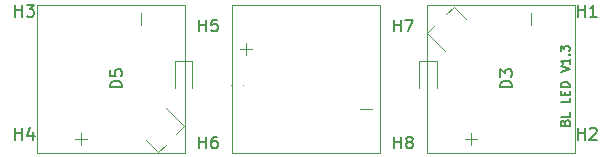
<source format=gbr>
G04 #@! TF.GenerationSoftware,KiCad,Pcbnew,(5.1.4)-1*
G04 #@! TF.CreationDate,2020-06-09T23:13:25-07:00*
G04 #@! TF.ProjectId,SkateLightLEDBoard,536b6174-654c-4696-9768-744c4544426f,rev?*
G04 #@! TF.SameCoordinates,Original*
G04 #@! TF.FileFunction,Legend,Top*
G04 #@! TF.FilePolarity,Positive*
%FSLAX46Y46*%
G04 Gerber Fmt 4.6, Leading zero omitted, Abs format (unit mm)*
G04 Created by KiCad (PCBNEW (5.1.4)-1) date 2020-06-09 23:13:25*
%MOMM*%
%LPD*%
G04 APERTURE LIST*
%ADD10C,0.127000*%
%ADD11C,0.120000*%
%ADD12C,0.100000*%
%ADD13C,0.150000*%
G04 APERTURE END LIST*
D10*
X21936891Y-3717108D02*
X21973177Y-3608251D01*
X22009462Y-3571965D01*
X22082034Y-3535680D01*
X22190891Y-3535680D01*
X22263462Y-3571965D01*
X22299748Y-3608251D01*
X22336034Y-3680822D01*
X22336034Y-3971108D01*
X21574034Y-3971108D01*
X21574034Y-3717108D01*
X21610320Y-3644537D01*
X21646605Y-3608251D01*
X21719177Y-3571965D01*
X21791748Y-3571965D01*
X21864320Y-3608251D01*
X21900605Y-3644537D01*
X21936891Y-3717108D01*
X21936891Y-3971108D01*
X22336034Y-2846251D02*
X22336034Y-3209108D01*
X21574034Y-3209108D01*
X22336034Y-1648822D02*
X22336034Y-2011680D01*
X21574034Y-2011680D01*
X21936891Y-1394822D02*
X21936891Y-1140822D01*
X22336034Y-1031965D02*
X22336034Y-1394822D01*
X21574034Y-1394822D01*
X21574034Y-1031965D01*
X22336034Y-705394D02*
X21574034Y-705394D01*
X21574034Y-523965D01*
X21610320Y-415108D01*
X21682891Y-342537D01*
X21755462Y-306251D01*
X21900605Y-269965D01*
X22009462Y-269965D01*
X22154605Y-306251D01*
X22227177Y-342537D01*
X22299748Y-415108D01*
X22336034Y-523965D01*
X22336034Y-705394D01*
X21574034Y528320D02*
X22336034Y782320D01*
X21574034Y1036320D01*
X22336034Y1689462D02*
X22336034Y1254034D01*
X22336034Y1471748D02*
X21574034Y1471748D01*
X21682891Y1399177D01*
X21755462Y1326605D01*
X21791748Y1254034D01*
X22263462Y2016034D02*
X22299748Y2052320D01*
X22336034Y2016034D01*
X22299748Y1979748D01*
X22263462Y2016034D01*
X22336034Y2016034D01*
X21574034Y2306320D02*
X21574034Y2778034D01*
X21864320Y2524034D01*
X21864320Y2632891D01*
X21900605Y2705462D01*
X21936891Y2741748D01*
X22009462Y2778034D01*
X22190891Y2778034D01*
X22263462Y2741748D01*
X22299748Y2705462D01*
X22336034Y2632891D01*
X22336034Y2415177D01*
X22299748Y2342605D01*
X22263462Y2306320D01*
D11*
X-12517828Y-6226630D02*
X-13550203Y-5194254D01*
X-10283370Y-3992172D02*
X-11810721Y-2464822D01*
X-10283370Y-3992172D02*
X-10940979Y-4649782D01*
X-12517828Y-6226630D02*
X-11860218Y-5569021D01*
X12517828Y6099630D02*
X13550203Y5067254D01*
X10283370Y3865172D02*
X11810721Y2337822D01*
X10283370Y3865172D02*
X10940979Y4522782D01*
X12517828Y6099630D02*
X11860218Y5442021D01*
X19050000Y4572000D02*
X19050000Y5588000D01*
X13970000Y-5588000D02*
X13970000Y-4572000D01*
X13462000Y-5080000D02*
X14478000Y-5080000D01*
X10260000Y6250000D02*
X22760000Y6250000D01*
X22760000Y6250000D02*
X22760000Y-6250000D01*
X22760000Y-6250000D02*
X10260000Y-6250000D01*
X10260000Y-6250000D02*
X10260000Y6250000D01*
X4572000Y-2540000D02*
X5588000Y-2540000D01*
X-5588000Y2540000D02*
X-4572000Y2540000D01*
X-5080000Y3048000D02*
X-5080000Y2032000D01*
X6250000Y6250000D02*
X6250000Y-6250000D01*
X6250000Y-6250000D02*
X-6250000Y-6250000D01*
X-6250000Y-6250000D02*
X-6250000Y6250000D01*
X-6250000Y6250000D02*
X6250000Y6250000D01*
X-13970000Y4572000D02*
X-13970000Y5588000D01*
X-19050000Y-5588000D02*
X-19050000Y-4572000D01*
X-19558000Y-5080000D02*
X-18542000Y-5080000D01*
X-22760000Y6250000D02*
X-10260000Y6250000D01*
X-10260000Y6250000D02*
X-10260000Y-6250000D01*
X-10260000Y-6250000D02*
X-22760000Y-6250000D01*
X-22760000Y-6250000D02*
X-22760000Y6250000D01*
D12*
X-5230660Y-546440D02*
G75*
G03X-5230660Y-546440I-50000J0D01*
G01*
X-6246660Y-546440D02*
G75*
G03X-6246660Y-546440I-50000J0D01*
G01*
D11*
X-11085500Y1485000D02*
X-11085500Y-800000D01*
X-9615500Y1485000D02*
X-11085500Y1485000D01*
X-9615500Y-800000D02*
X-9615500Y1485000D01*
X11085500Y-800000D02*
X11085500Y1485000D01*
X11085500Y1485000D02*
X9615500Y1485000D01*
X9615500Y1485000D02*
X9615500Y-800000D01*
D13*
X7493095Y-5905380D02*
X7493095Y-4905380D01*
X7493095Y-5381571D02*
X8064523Y-5381571D01*
X8064523Y-5905380D02*
X8064523Y-4905380D01*
X8683571Y-5333952D02*
X8588333Y-5286333D01*
X8540714Y-5238714D01*
X8493095Y-5143476D01*
X8493095Y-5095857D01*
X8540714Y-5000619D01*
X8588333Y-4953000D01*
X8683571Y-4905380D01*
X8874047Y-4905380D01*
X8969285Y-4953000D01*
X9016904Y-5000619D01*
X9064523Y-5095857D01*
X9064523Y-5143476D01*
X9016904Y-5238714D01*
X8969285Y-5286333D01*
X8874047Y-5333952D01*
X8683571Y-5333952D01*
X8588333Y-5381571D01*
X8540714Y-5429190D01*
X8493095Y-5524428D01*
X8493095Y-5714904D01*
X8540714Y-5810142D01*
X8588333Y-5857761D01*
X8683571Y-5905380D01*
X8874047Y-5905380D01*
X8969285Y-5857761D01*
X9016904Y-5810142D01*
X9064523Y-5714904D01*
X9064523Y-5524428D01*
X9016904Y-5429190D01*
X8969285Y-5381571D01*
X8874047Y-5333952D01*
X7493095Y4000619D02*
X7493095Y5000619D01*
X7493095Y4524428D02*
X8064523Y4524428D01*
X8064523Y4000619D02*
X8064523Y5000619D01*
X8445476Y5000619D02*
X9112142Y5000619D01*
X8683571Y4000619D01*
X-9016904Y-5905380D02*
X-9016904Y-4905380D01*
X-9016904Y-5381571D02*
X-8445476Y-5381571D01*
X-8445476Y-5905380D02*
X-8445476Y-4905380D01*
X-7540714Y-4905380D02*
X-7731190Y-4905380D01*
X-7826428Y-4953000D01*
X-7874047Y-5000619D01*
X-7969285Y-5143476D01*
X-8016904Y-5333952D01*
X-8016904Y-5714904D01*
X-7969285Y-5810142D01*
X-7921666Y-5857761D01*
X-7826428Y-5905380D01*
X-7635952Y-5905380D01*
X-7540714Y-5857761D01*
X-7493095Y-5810142D01*
X-7445476Y-5714904D01*
X-7445476Y-5476809D01*
X-7493095Y-5381571D01*
X-7540714Y-5333952D01*
X-7635952Y-5286333D01*
X-7826428Y-5286333D01*
X-7921666Y-5333952D01*
X-7969285Y-5381571D01*
X-8016904Y-5476809D01*
X-9016904Y4000619D02*
X-9016904Y5000619D01*
X-9016904Y4524428D02*
X-8445476Y4524428D01*
X-8445476Y4000619D02*
X-8445476Y5000619D01*
X-7493095Y5000619D02*
X-7969285Y5000619D01*
X-8016904Y4524428D01*
X-7969285Y4572047D01*
X-7874047Y4619666D01*
X-7635952Y4619666D01*
X-7540714Y4572047D01*
X-7493095Y4524428D01*
X-7445476Y4429190D01*
X-7445476Y4191095D01*
X-7493095Y4095857D01*
X-7540714Y4048238D01*
X-7635952Y4000619D01*
X-7874047Y4000619D01*
X-7969285Y4048238D01*
X-8016904Y4095857D01*
X23050595Y5254619D02*
X23050595Y6254619D01*
X23050595Y5778428D02*
X23622023Y5778428D01*
X23622023Y5254619D02*
X23622023Y6254619D01*
X24622023Y5254619D02*
X24050595Y5254619D01*
X24336309Y5254619D02*
X24336309Y6254619D01*
X24241071Y6111761D01*
X24145833Y6016523D01*
X24050595Y5968904D01*
X23050595Y-5159380D02*
X23050595Y-4159380D01*
X23050595Y-4635571D02*
X23622023Y-4635571D01*
X23622023Y-5159380D02*
X23622023Y-4159380D01*
X24050595Y-4254619D02*
X24098214Y-4207000D01*
X24193452Y-4159380D01*
X24431547Y-4159380D01*
X24526785Y-4207000D01*
X24574404Y-4254619D01*
X24622023Y-4349857D01*
X24622023Y-4445095D01*
X24574404Y-4587952D01*
X24002976Y-5159380D01*
X24622023Y-5159380D01*
X-24574404Y5254619D02*
X-24574404Y6254619D01*
X-24574404Y5778428D02*
X-24002976Y5778428D01*
X-24002976Y5254619D02*
X-24002976Y6254619D01*
X-23622023Y6254619D02*
X-23002976Y6254619D01*
X-23336309Y5873666D01*
X-23193452Y5873666D01*
X-23098214Y5826047D01*
X-23050595Y5778428D01*
X-23002976Y5683190D01*
X-23002976Y5445095D01*
X-23050595Y5349857D01*
X-23098214Y5302238D01*
X-23193452Y5254619D01*
X-23479166Y5254619D01*
X-23574404Y5302238D01*
X-23622023Y5349857D01*
X-24574404Y-5159380D02*
X-24574404Y-4159380D01*
X-24574404Y-4635571D02*
X-24002976Y-4635571D01*
X-24002976Y-5159380D02*
X-24002976Y-4159380D01*
X-23098214Y-4492714D02*
X-23098214Y-5159380D01*
X-23336309Y-4111761D02*
X-23574404Y-4826047D01*
X-22955357Y-4826047D01*
X17462380Y-738095D02*
X16462380Y-738095D01*
X16462380Y-499999D01*
X16510000Y-357142D01*
X16605238Y-261904D01*
X16700476Y-214285D01*
X16890952Y-166666D01*
X17033809Y-166666D01*
X17224285Y-214285D01*
X17319523Y-261904D01*
X17414761Y-357142D01*
X17462380Y-500000D01*
X17462380Y-738095D01*
X16462380Y166666D02*
X16462380Y785714D01*
X16843333Y452380D01*
X16843333Y595238D01*
X16890952Y690476D01*
X16938571Y738095D01*
X17033809Y785714D01*
X17271904Y785714D01*
X17367142Y738095D01*
X17414761Y690476D01*
X17462380Y595238D01*
X17462380Y309523D01*
X17414761Y214285D01*
X17367142Y166666D01*
X-15557619Y-738095D02*
X-16557619Y-738095D01*
X-16557619Y-500000D01*
X-16510000Y-357142D01*
X-16414761Y-261904D01*
X-16319523Y-214285D01*
X-16129047Y-166666D01*
X-15986190Y-166666D01*
X-15795714Y-214285D01*
X-15700476Y-261904D01*
X-15605238Y-357142D01*
X-15557619Y-500000D01*
X-15557619Y-738095D01*
X-16557619Y738095D02*
X-16557619Y261904D01*
X-16081428Y214285D01*
X-16129047Y261904D01*
X-16176666Y357142D01*
X-16176666Y595238D01*
X-16129047Y690476D01*
X-16081428Y738095D01*
X-15986190Y785714D01*
X-15748095Y785714D01*
X-15652857Y738095D01*
X-15605238Y690476D01*
X-15557619Y595238D01*
X-15557619Y357142D01*
X-15605238Y261904D01*
X-15652857Y214285D01*
M02*

</source>
